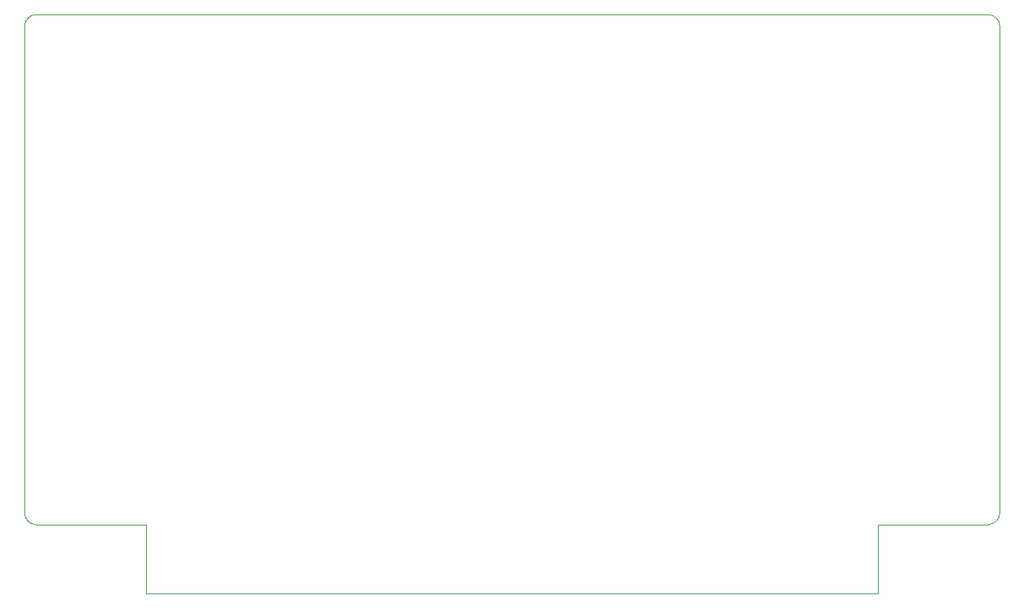
<source format=gm1>
G04 #@! TF.GenerationSoftware,KiCad,Pcbnew,(5.1.4)-1*
G04 #@! TF.CreationDate,2022-04-07T22:43:37+09:30*
G04 #@! TF.ProjectId,ISA_POST_Card_v5.1,4953415f-504f-4535-945f-436172645f76,1*
G04 #@! TF.SameCoordinates,Original*
G04 #@! TF.FileFunction,Profile,NP*
%FSLAX46Y46*%
G04 Gerber Fmt 4.6, Leading zero omitted, Abs format (unit mm)*
G04 Created by KiCad (PCBNEW (5.1.4)-1) date 2022-04-07 22:43:37*
%MOMM*%
%LPD*%
G04 APERTURE LIST*
%ADD10C,0.050000*%
G04 APERTURE END LIST*
D10*
X97790000Y-118745000D02*
G75*
G02X96520000Y-117475000I0J1270000D01*
G01*
X96520000Y-63500000D02*
G75*
G02X97790000Y-62230000I1270000J0D01*
G01*
X203200000Y-62230000D02*
G75*
G02X204470000Y-63500000I0J-1270000D01*
G01*
X204470000Y-117475000D02*
G75*
G02X203200000Y-118745000I-1270000J0D01*
G01*
X109982000Y-118745000D02*
X109982000Y-126365000D01*
X97790000Y-118745000D02*
X109982000Y-118745000D01*
X204470000Y-63500000D02*
X204470000Y-117475000D01*
X97790000Y-62230000D02*
X203200000Y-62230000D01*
X191008000Y-118745000D02*
X203200000Y-118745000D01*
X191008000Y-126365000D02*
X191008000Y-118745000D01*
X109982000Y-126365000D02*
X191008000Y-126365000D01*
X96520000Y-63500000D02*
X96520000Y-117475000D01*
M02*

</source>
